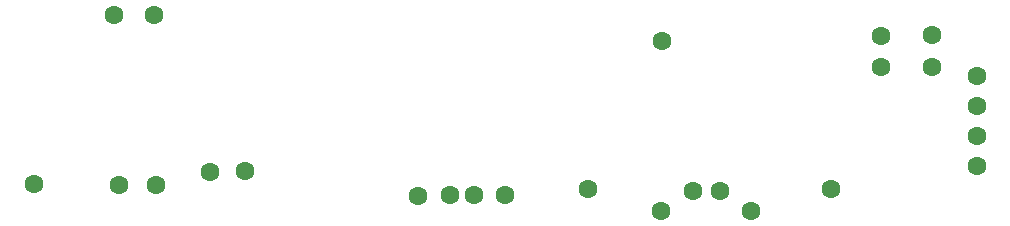
<source format=gbr>
%TF.GenerationSoftware,KiCad,Pcbnew,7.0.7*%
%TF.CreationDate,2024-03-02T18:47:46+03:00*%
%TF.ProjectId,Main_PCB_002,4d61696e-5f50-4434-925f-3030322e6b69,rev?*%
%TF.SameCoordinates,Original*%
%TF.FileFunction,Soldermask,Bot*%
%TF.FilePolarity,Negative*%
%FSLAX46Y46*%
G04 Gerber Fmt 4.6, Leading zero omitted, Abs format (unit mm)*
G04 Created by KiCad (PCBNEW 7.0.7) date 2024-03-02 18:47:46*
%MOMM*%
%LPD*%
G01*
G04 APERTURE LIST*
%ADD10C,1.600000*%
G04 APERTURE END LIST*
D10*
%TO.C,D2*%
X114985800Y-121869200D03*
%TD*%
%TO.C,D7*%
X128219200Y-108839000D03*
%TD*%
%TO.C,D1*%
X146799300Y-108400000D03*
%TD*%
%TO.C,D26*%
X154940000Y-111760000D03*
%TD*%
%TO.C,D4*%
X85450000Y-121000000D03*
%TD*%
%TO.C,D28*%
X151130000Y-108331000D03*
%TD*%
%TO.C,D12*%
X82300000Y-121050000D03*
%TD*%
%TO.C,D22*%
X92950000Y-119850000D03*
%TD*%
%TO.C,D24*%
X85250000Y-106600000D03*
%TD*%
%TO.C,D13*%
X142570200Y-121361200D03*
%TD*%
%TO.C,D3*%
X75050000Y-120950000D03*
%TD*%
%TO.C,D27*%
X128193800Y-123190000D03*
%TD*%
%TO.C,D21*%
X146827000Y-111000000D03*
%TD*%
%TO.C,D30*%
X135813800Y-123240800D03*
%TD*%
%TO.C,D16*%
X110312200Y-121869200D03*
%TD*%
%TO.C,D17*%
X107619800Y-121920000D03*
%TD*%
%TO.C,D11*%
X133200000Y-121500000D03*
%TD*%
%TO.C,D10*%
X130900000Y-121550000D03*
%TD*%
%TO.C,D29*%
X151155400Y-111023400D03*
%TD*%
%TO.C,D8*%
X154940000Y-116840000D03*
%TD*%
%TO.C,D25*%
X81900000Y-106650000D03*
%TD*%
%TO.C,D18*%
X154940000Y-119380000D03*
%TD*%
%TO.C,D19*%
X122021600Y-121361200D03*
%TD*%
%TO.C,D9*%
X154940000Y-114300000D03*
%TD*%
%TO.C,D15*%
X112369600Y-121869200D03*
%TD*%
%TO.C,D23*%
X89950000Y-119900000D03*
%TD*%
M02*

</source>
